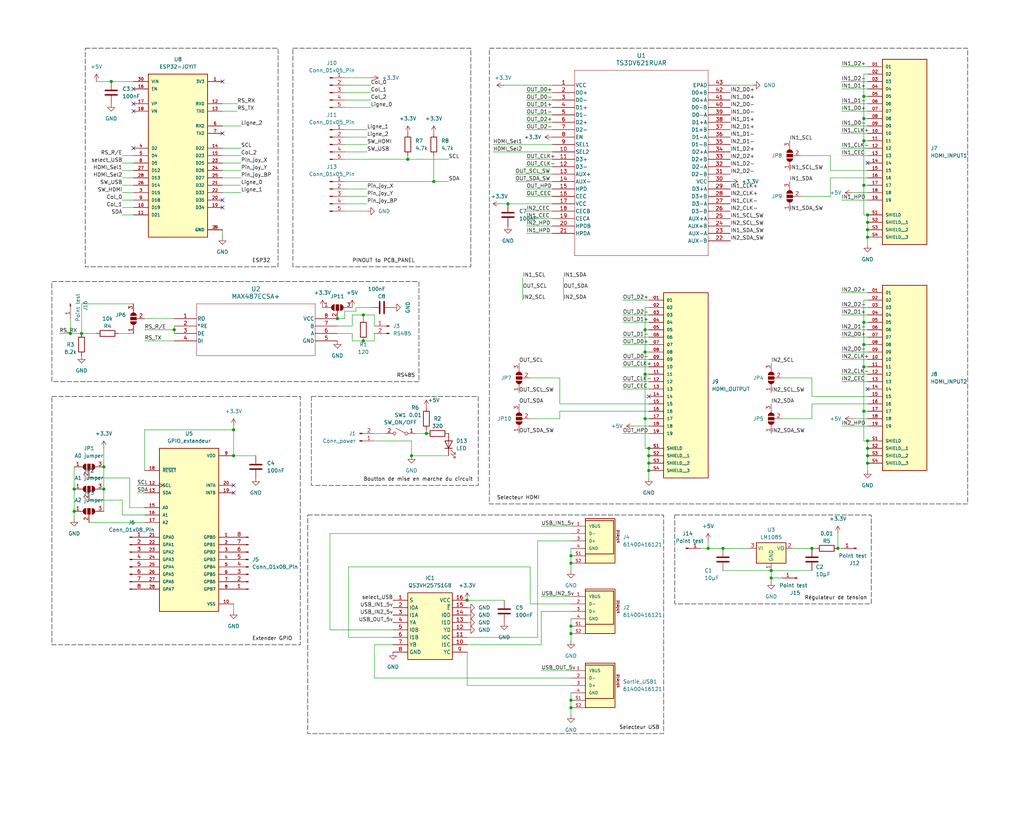
<source format=kicad_sch>
(kicad_sch (version 20230121) (generator eeschema)
  (paper "User" 350.799 279.4)
  (title_block (title "PCB_CONTROLEUR") (date "2024-11-14") (rev "2024-11-28") (company "POLYTECH Lyon") (comment 1 "Komisarek - Goossens") (comment 2 "https://github.com/Mattkomi/Poly_Leaf.git"))
  (lib_symbols
    (symbol "Connector:Conn_01x01_Pin" (pin_names (offset 1.016) hide)
      (property "Reference" "J" (at 0 2.54 0))
      (property "Value" "Conn_01x01_Pin" (at 0 -2.54 0))
      (symbol "Conn_01x01_Pin_1_1"
        (pin passive line (at 5.08 0 180) (length 3.81) (name "Pin_1") (number "1"))
      )
    )
    (symbol "Device:R" (pin_numbers hide) (pin_names (offset 0))
      (property "Reference" "R" (at 2.032 0 90))
      (property "Value" "R" (at 0 0 90))
      (symbol "R_1_1"
        (pin passive line (at 0 3.81 270) (length 1.27) (name "~") (number "1"))
        (pin passive line (at 0 -3.81 90) (length 1.27) (name "~") (number "2"))
      )
    )
    (symbol "Library_Schematics:+3.3V" (power) (pin_names (offset 0))
      (property "Value" "+3.3V" (at 0 3.556 0))
      (symbol "+3.3V_1_1"
        (pin power_in line (at 0 0 90) (length 0) hide (name "+3.3V") (number "1"))
      )
    )
    (symbol "Library_Schematics:+5V" (power) (pin_names (offset 0))
      (property "Value" "+5V" (at 0 3.556 0))
      (symbol "+5V_1_1"
        (pin power_in line (at 0 0 90) (length 0) hide (name "+5V") (number "1"))
      )
    )
    (symbol "Library_Schematics:61400416121" (pin_names (offset 1.016))
      (property "Reference" "J" (at 0 5.842 0))
      (property "Value" "61400416121" (at 0 -12.7 0))
      (symbol "61400416121_0_0"
        (text "shield" (at 6.51 -3.37 900) (effects (font (size 1.016 1.016)) (justify left bottom)))
        (text "shield" (at 6.51 -3.37 900) (effects (font (size 1.016 1.016)) (justify left bottom)))
        (pin passive line (at -10.16 2.54 0) (length 5.08) (name "VBUS") (number "1"))
        (pin passive line (at -10.16 0 0) (length 5.08) (name "D-") (number "2"))
        (pin passive line (at -10.16 -2.54 0) (length 5.08) (name "D+") (number "3"))
        (pin passive line (at -10.16 -5.08 0) (length 5.08) (name "GND") (number "4"))
        (pin passive line (at -10.16 -7.62 0) (length 5.08) (name "~") (number "S1"))
        (pin passive line (at -10.16 -10.16 0) (length 5.08) (name "~") (number "S2"))
      )
    )
    (symbol "Library_Schematics:C" (pin_numbers hide) (pin_names (offset 0.254))
      (property "Reference" "C" (at 0.635 2.54 0))
      (property "Value" "C" (at 0.635 -2.54 0))
      (symbol "C_1_1"
        (pin passive line (at 0 3.81 270) (length 2.794) (name "~") (number "1"))
        (pin passive line (at 0 -3.81 90) (length 2.794) (name "~") (number "2"))
      )
    )
    (symbol "Library_Schematics:Conn_01x02_Pin" (pin_names (offset 1.016) hide)
      (property "Reference" "J" (at 0 2.54 0))
      (property "Value" "Conn_01x02_Pin" (at 0 -5.08 0))
      (symbol "Conn_01x02_Pin_1_1"
        (pin passive line (at 5.08 0 180) (length 3.81) (name "Pin_1") (number "1"))
        (pin passive line (at 5.08 -2.54 180) (length 3.81) (name "Pin_2") (number "2"))
      )
    )
    (symbol "Library_Schematics:Conn_01x05_Pin" (pin_names (offset 1.016) hide)
      (property "Reference" "J" (at 0 7.62 0))
      (property "Value" "Conn_01x05_Pin" (at 0 -7.62 0))
      (symbol "Conn_01x05_Pin_1_1"
        (pin passive line (at 5.08 5.08 180) (length 3.81) (name "Pin_1") (number "1"))
        (pin passive line (at 5.08 2.54 180) (length 3.81) (name "Pin_2") (number "2"))
        (pin passive line (at 5.08 0 180) (length 3.81) (name "Pin_3") (number "3"))
        (pin passive line (at 5.08 -2.54 180) (length 3.81) (name "Pin_4") (number "4"))
        (pin passive line (at 5.08 -5.08 180) (length 3.81) (name "Pin_5") (number "5"))
      )
    )
    (symbol "Library_Schematics:Conn_01x08_Pin" (pin_names (offset 1.016) hide)
      (property "Reference" "J" (at 0 10.16 0))
      (property "Value" "Conn_01x08_Pin" (at 0 -12.7 0))
      (symbol "Conn_01x08_Pin_1_1"
        (pin passive line (at 5.08 7.62 180) (length 3.81) (name "Pin_1") (number "1"))
        (pin passive line (at 5.08 5.08 180) (length 3.81) (name "Pin_2") (number "2"))
        (pin passive line (at 5.08 2.54 180) (length 3.81) (name "Pin_3") (number "3"))
        (pin passive line (at 5.08 0 180) (length 3.81) (name "Pin_4") (number "4"))
        (pin passive line (at 5.08 -2.54 180) (length 3.81) (name "Pin_5") (number "5"))
        (pin passive line (at 5.08 -5.08 180) (length 3.81) (name "Pin_6") (number "6"))
        (pin passive line (at 5.08 -7.62 180) (length 3.81) (name "Pin_7") (number "7"))
        (pin passive line (at 5.08 -10.16 180) (length 3.81) (name "Pin_8") (number "8"))
      )
    )
    (symbol "Library_Schematics:ESP32-DEVKIT-V1" (pin_names (offset 1.016))
      (property "Reference" "U" (at -10.16 30.48 0))
      (property "Value" "ESP32-DEVKIT-V1" (at -10.16 -30.48 0))
      (symbol "ESP32-DEVKIT-V1_0_0"
        (pin output line (at 15.24 25.4 180) (length 5.08) (name "3V3") (number "1"))
        (pin bidirectional line (at -15.24 -17.78 0) (length 5.08) (name "D19") (number "10"))
        (pin bidirectional line (at -15.24 -20.32 0) (length 5.08) (name "D21") (number "11"))
        (pin input line (at 15.24 17.78 180) (length 5.08) (name "RX0") (number "12"))
        (pin output line (at 15.24 15.24 180) (length 5.08) (name "TX0") (number "13"))
        (pin bidirectional line (at 15.24 2.54 180) (length 5.08) (name "D22") (number "14"))
        (pin bidirectional line (at 15.24 0 180) (length 5.08) (name "D23") (number "15"))
        (pin input line (at -15.24 22.86 0) (length 5.08) (name "EN") (number "16"))
        (pin bidirectional line (at -15.24 17.78 0) (length 5.08) (name "VP") (number "17"))
        (pin bidirectional line (at -15.24 15.24 0) (length 5.08) (name "VN") (number "18"))
        (pin bidirectional line (at 15.24 -17.78 180) (length 5.08) (name "D34") (number "19"))
        (pin power_in line (at 15.24 -25.4 180) (length 5.08) (name "GND") (number "2"))
        (pin bidirectional line (at 15.24 -15.24 180) (length 5.08) (name "D35") (number "20"))
        (pin bidirectional line (at 15.24 -10.16 180) (length 5.08) (name "D32") (number "21"))
        (pin bidirectional line (at 15.24 -12.7 180) (length 5.08) (name "D33") (number "22"))
        (pin bidirectional line (at 15.24 -2.54 180) (length 5.08) (name "D25") (number "23"))
        (pin bidirectional line (at 15.24 -5.08 180) (length 5.08) (name "D26") (number "24"))
        (pin bidirectional line (at 15.24 -7.62 180) (length 5.08) (name "D27") (number "25"))
        (pin bidirectional line (at -15.24 -10.16 0) (length 5.08) (name "D14") (number "26"))
        (pin bidirectional line (at -15.24 -5.08 0) (length 5.08) (name "D12") (number "27"))
        (pin bidirectional line (at -15.24 -7.62 0) (length 5.08) (name "D13") (number "28"))
        (pin power_in line (at 15.24 -25.4 180) (length 5.08) (name "GND") (number "29"))
        (pin bidirectional line (at -15.24 -12.7 0) (length 5.08) (name "D15") (number "3"))
        (pin input line (at -15.24 25.4 0) (length 5.08) (name "VIN") (number "30"))
        (pin bidirectional line (at -15.24 2.54 0) (length 5.08) (name "D2") (number "4"))
        (pin bidirectional line (at -15.24 0 0) (length 5.08) (name "D4") (number "5"))
        (pin input line (at 15.24 10.16 180) (length 5.08) (name "RX2") (number "6"))
        (pin output line (at 15.24 7.62 180) (length 5.08) (name "TX2") (number "7"))
        (pin bidirectional line (at -15.24 -2.54 0) (length 5.08) (name "D5") (number "8"))
        (pin bidirectional line (at -15.24 -15.24 0) (length 5.08) (name "D18") (number "9"))
      )
    )
    (symbol "Library_Schematics:GND" (power) (pin_names (offset 0))
      (property "Value" "GND" (at 0 -3.81 0))
      (symbol "GND_1_1"
        (pin power_in line (at 0 0 270) (length 0) hide (name "GND") (number "1"))
      )
    )
    (symbol "Library_Schematics:HDMR-19-01-S-SM-TR" (pin_names (offset 1.016))
      (property "Reference" "J" (at -7.62 29.21 0))
      (property "Value" "HDMR-19-01-S-SM-TR" (at -7.62 -36.83 0))
      (symbol "HDMR-19-01-S-SM-TR_0_0"
        (pin passive line (at -12.7 25.4 0) (length 5.08) (name "01") (number "01"))
        (pin passive line (at -12.7 22.86 0) (length 5.08) (name "02") (number "02"))
        (pin passive line (at -12.7 20.32 0) (length 5.08) (name "03") (number "03"))
        (pin passive line (at -12.7 17.78 0) (length 5.08) (name "04") (number "04"))
        (pin passive line (at -12.7 15.24 0) (length 5.08) (name "05") (number "05"))
        (pin passive line (at -12.7 12.7 0) (length 5.08) (name "06") (number "06"))
        (pin passive line (at -12.7 10.16 0) (length 5.08) (name "07") (number "07"))
        (pin passive line (at -12.7 7.62 0) (length 5.08) (name "08") (number "08"))
        (pin passive line (at -12.7 5.08 0) (length 5.08) (name "09") (number "09"))
        (pin passive line (at -12.7 2.54 0) (length 5.08) (name "10") (number "10"))
        (pin passive line (at -12.7 0 0) (length 5.08) (name "11") (number "11"))
        (pin passive line (at -12.7 -2.54 0) (length 5.08) (name "12") (number "12"))
        (pin passive line (at -12.7 -5.08 0) (length 5.08) (name "13") (number "13"))
        (pin passive line (at -12.7 -7.62 0) (length 5.08) (name "14") (number "14"))
        (pin passive line (at -12.7 -10.16 0) (length 5.08) (name "15") (number "15"))
        (pin passive line (at -12.7 -12.7 0) (length 5.08) (name "16") (number "16"))
        (pin passive line (at -12.7 -15.24 0) (length 5.08) (name "17") (number "17"))
        (pin passive line (at -12.7 -17.78 0) (length 5.08) (name "18") (number "18"))
        (pin passive line (at -12.7 -20.32 0) (length 5.08) (name "19") (number "19"))
        (pin passive line (at -12.7 -25.4 0) (length 5.08) (name "SHIELD") (number "S1"))
        (pin passive line (at -12.7 -27.94 0) (length 5.08) (name "SHIELD__1") (number "S2"))
        (pin passive line (at -12.7 -30.48 0) (length 5.08) (name "SHIELD__2") (number "S3"))
        (pin passive line (at -12.7 -33.02 0) (length 5.08) (name "SHIELD__3") (number "S4"))
      )
    )
    (symbol "Library_Schematics:LED" (pin_numbers hide) (pin_names (offset 1.016) hide)
      (property "Reference" "D" (at 0 2.54 0))
      (property "Value" "LED" (at 0 -2.54 0))
      (symbol "LED_1_1"
        (pin passive line (at -3.81 0 0) (length 2.54) (name "K") (number "1"))
        (pin passive line (at 3.81 0 180) (length 2.54) (name "A") (number "2"))
      )
    )
    (symbol "Library_Schematics:LM1117MP-3.3"
      (property "Reference" "U" (at -3.81 3.175 0))
      (property "Value" "LM1117MP-3.3" (at 0 3.175 0))
      (symbol "LM1117MP-3.3_1_1"
        (pin power_in line (at 0 -7.62 90) (length 2.54) (name "GND") (number "1"))
        (pin power_out line (at 7.62 0 180) (length 2.54) (name "VO") (number "2"))
        (pin power_in line (at -7.62 0 0) (length 2.54) (name "VI") (number "3"))
      )
    )
    (symbol "Library_Schematics:MAX487ECSA+" (pin_names (offset 0.254))
      (property "Reference" "U" (at 27.94 10.16 0))
      (property "Value" "MAX487ECSA+" (at 27.94 7.62 0))
      (symbol "MAX487ECSA+_1_1"
        (pin output line (at 0 0 0) (length 7.62) (name "RO") (number "1"))
        (pin input line (at 0 -2.54 0) (length 7.62) (name "*RE") (number "2"))
        (pin input line (at 0 -5.08 0) (length 7.62) (name "DE") (number "3"))
        (pin input line (at 0 -7.62 0) (length 7.62) (name "DI") (number "4"))
        (pin power_in line (at 55.88 -7.62 180) (length 7.62) (name "GND") (number "5"))
        (pin bidirectional line (at 55.88 -5.08 180) (length 7.62) (name "A") (number "6"))
        (pin bidirectional line (at 55.88 -2.54 180) (length 7.62) (name "B") (number "7"))
        (pin power_in line (at 55.88 0 180) (length 7.62) (name "VCC") (number "8"))
      )
    )
    (symbol "Library_Schematics:MCP23017-E_SP" (pin_names (offset 1.016))
      (property "Reference" "U" (at -10.1794 29.0065 0))
      (property "Value" "MCP23017-E_SP" (at -9.1485 -30.7479 0))
      (symbol "MCP23017-E_SP_0_0"
        (pin bidirectional line (at 15.24 -2.54 180) (length 5.08) (name "GPB0") (number "1"))
        (pin power_in line (at 15.24 -25.4 180) (length 5.08) (name "VSS") (number "10"))
        (pin input clock (at -15.24 15.24 0) (length 5.08) (name "SCL") (number "12"))
        (pin bidirectional line (at -15.24 12.7 0) (length 5.08) (name "SDA") (number "13"))
        (pin input line (at -15.24 7.62 0) (length 5.08) (name "A0") (number "15"))
        (pin input line (at -15.24 5.08 0) (length 5.08) (name "A1") (number "16"))
        (pin input line (at -15.24 2.54 0) (length 5.08) (name "A2") (number "17"))
        (pin input line (at -15.24 20.32 0) (length 5.08) (name "~{RESET}") (number "18"))
        (pin output line (at 15.24 12.7 180) (length 5.08) (name "INTB") (number "19"))
        (pin bidirectional line (at 15.24 -5.08 180) (length 5.08) (name "GPB1") (number "2"))
        (pin output line (at 15.24 15.24 180) (length 5.08) (name "INTA") (number "20"))
        (pin bidirectional line (at -15.24 -2.54 0) (length 5.08) (name "GPA0") (number "21"))
        (pin bidirectional line (at -15.24 -5.08 0) (length 5.08) (name "GPA1") (number "22"))
        (pin bidirectional line (at -15.24 -7.62 0) (length 5.08) (name "GPA2") (number "23"))
        (pin bidirectional line (at -15.24 -10.16 0) (length 5.08) (name "GPA3") (number "24"))
        (pin bidirectional line (at -15.24 -12.7 0) (length 5.08) (name "GPA4") (number "25"))
        (pin bidirectional line (at -15.24 -15.24 0) (length 5.08) (name "GPA5") (number "26"))
        (pin bidirectional line (at -15.24 -17.78 0) (length 5.08) (name "GPA6") (number "27"))
        (pin bidirectional line (at -15.24 -20.32 0) (length 5.08) (name "GPA7") (number "28"))
        (pin bidirectional line (at 15.24 -7.62 180) (length 5.08) (name "GPB2") (number "3"))
        (pin bidirectional line (at 15.24 -10.16 180) (length 5.08) (name "GPB3") (number "4"))
        (pin bidirectional line (at 15.24 -12.7 180) (length 5.08) (name "GPB4") (number "5"))
        (pin bidirectional line (at 15.24 -15.24 180) (length 5.08) (name "GPB5") (number "6"))
        (pin bidirectional line (at 15.24 -17.78 180) (length 5.08) (name "GPB6") (number "7"))
        (pin bidirectional line (at 15.24 -20.32 180) (length 5.08) (name "GPB7") (number "8"))
        (pin power_in line (at 15.24 25.4 180) (length 5.08) (name "VDD") (number "9"))
      )
    )
    (symbol "Library_Schematics:QS3VH257S1G8"
      (property "Reference" "IC" (at 21.59 7.62 0))
      (property "Value" "QS3VH257S1G8" (at 21.59 5.08 0))
      (symbol "QS3VH257S1G8_1_1"
        (pin passive line (at 0 0 0) (length 5.08) (name "S") (number "1"))
        (pin passive line (at 25.4 -15.24 180) (length 5.08) (name "I1C") (number "10"))
        (pin passive line (at 25.4 -12.7 180) (length 5.08) (name "I0C") (number "11"))
        (pin passive line (at 25.4 -10.16 180) (length 5.08) (name "YD") (number "12"))
        (pin passive line (at 25.4 -7.62 180) (length 5.08) (name "I1D") (number "13"))
        (pin passive line (at 25.4 -5.08 180) (length 5.08) (name "I0D") (number "14"))
        (pin passive line (at 25.4 -2.54 180) (length 5.08) (name "~{E}") (number "15"))
        (pin power_in line (at 25.4 0 180) (length 5.08) (name "VCC") (number "16"))
        (pin passive line (at 0 -2.54 0) (length 5.08) (name "I0A") (number "2"))
        (pin passive line (at 0 -5.08 0) (length 5.08) (name "I1A") (number "3"))
        (pin passive line (at 0 -7.62 0) (length 5.08) (name "YA") (number "4"))
        (pin passive line (at 0 -10.16 0) (length 5.08) (name "I0B") (number "5"))
        (pin passive line (at 0 -12.7 0) (length 5.08) (name "I1B") (number "6"))
        (pin passive line (at 0 -15.24 0) (length 5.08) (name "YB") (number "7"))
        (pin power_in line (at 0 -17.78 0) (length 5.08) (name "GND") (number "8"))
        (pin passive line (at 25.4 -17.78 180) (length 5.08) (name "YC") (number "9"))
      )
    )
    (symbol "Library_Schematics:R" (pin_numbers hide) (pin_names (offset 0))
      (property "Reference" "R" (at 2.032 0 90))
      (property "Value" "R" (at 0 0 90))
      (symbol "R_1_1"
        (pin passive line (at 0 3.81 270) (length 1.27) (name "~") (number "1"))
        (pin passive line (at 0 -3.81 90) (length 1.27) (name "~") (number "2"))
      )
    )
    (symbol "Library_Schematics:SW_SPST" (pin_names (offset 0) hide)
      (property "Reference" "SW" (at 0 3.175 0))
      (property "Value" "SW_SPST" (at 0 -2.54 0))
      (symbol "SW_SPST_1_1"
        (pin passive line (at -5.08 0 0) (length 2.54) (name "A") (number "1"))
        (pin passive line (at 5.08 0 180) (length 2.54) (name "B") (number "2"))
      )
    )
    (symbol "Library_Schematics:SolderJumper_3_Open" (pin_names (offset 0) hide)
      (property "Reference" "JP" (at -2.54 -2.54 0))
      (property "Value" "SolderJumper_3_Open" (at 0 2.794 0))
      (symbol "SolderJumper_3_Open_1_1"
        (pin passive line (at -5.08 0 0) (length 2.54) (name "A") (number "1"))
        (pin passive line (at 0 -3.81 90) (length 2.54) (name "C") (number "2"))
        (pin passive line (at 5.08 0 180) (length 2.54) (name "B") (number "3"))
      )
    )
    (symbol "Library_Schematics:TS3DV621RUAR" (pin_names (offset 0.254))
      (property "Reference" "U1" (at 30.48 10.16 0))
      (property "Value" "TS3DV621RUAR" (at 30.48 7.62 0))
      (symbol "TS3DV621RUAR_1_1"
        (pin power_in line (at 0 0 0) (length 7.62) (name "VCC") (number "1"))
        (pin input line (at 0 -22.86 0) (length 7.62) (name "SEL2") (number "10"))
        (pin bidirectional line (at 0 -25.4 0) (length 7.62) (name "D3+") (number "11"))
        (pin bidirectional line (at 0 -27.94 0) (length 7.62) (name "D3-") (number "12"))
        (pin bidirectional line (at 0 -30.48 0) (length 7.62) (name "AUX+") (number "13"))
        (pin bidirectional line (at 0 -33.02 0) (length 7.62) (name "AUX-") (number "14"))
        (pin bidirectional line (at 0 -35.56 0) (length 7.62) (name "HPD") (number "15"))
        (pin bidirectional line (at 0 -38.1 0) (length 7.62) (name "CEC") (number "16"))
        (pin power_in line (at 0 -40.64 0) (length 7.62) (name "VCC") (number "17"))
        (pin bidirectional line (at 0 -43.18 0) (length 7.62) (name "CECB") (number "18"))
        (pin bidirectional line (at 0 -45.72 0) (length 7.62) (name "CECA") (number "19"))
        (pin bidirectional line (at 0 -2.54 0) (length 7.62) (name "D0+") (number "2"))
        (pin bidirectional line (at 0 -48.26 0) (length 7.62) (name "HPDB") (number "20"))
        (pin bidirectional line (at 0 -50.8 0) (length 7.62) (name "HPDA") (number "21"))
        (pin bidirectional line (at 60.96 -53.34 180) (length 7.62) (name "AUX-B") (number "22"))
        (pin bidirectional line (at 60.96 -50.8 180) (length 7.62) (name "AUX-A") (number "23"))
        (pin bidirectional line (at 60.96 -48.26 180) (length 7.62) (name "AUX+B") (number "24"))
        (pin bidirectional line (at 60.96 -45.72 180) (length 7.62) (name "AUX+A") (number "25"))
        (pin bidirectional line (at 60.96 -43.18 180) (length 7.62) (name "D3-B") (number "26"))
        (pin bidirectional line (at 60.96 -40.64 180) (length 7.62) (name "D3-A") (number "27"))
        (pin bidirectional line (at 60.96 -38.1 180) (length 7.62) (name "D3+B") (number "28"))
        (pin bidirectional line (at 60.96 -35.56 180) (length 7.62) (name "D3+A") (number "29"))
        (pin bidirectional line (at 0 -5.08 0) (length 7.62) (name "D0-") (number "3"))
        (pin power_in line (at 60.96 -33.02 180) (length 7.62) (name "VCC") (number "30"))
        (pin bidirectional line (at 60.96 -30.48 180) (length 7.62) (name "D2-B") (number "31"))
        (pin bidirectional line (at 60.96 -27.94 180) (length 7.62) (name "D2-A") (number "32"))
        (pin bidirectional line (at 60.96 -25.4 180) (length 7.62) (name "D2+B") (number "33"))
        (pin bidirectional line (at 60.96 -22.86 180) (length 7.62) (name "D2+A") (number "34"))
        (pin bidirectional line (at 60.96 -20.32 180) (length 7.62) (name "D1-B") (number "35"))
        (pin bidirectional line (at 60.96 -17.78 180) (length 7.62) (name "D1-A") (number "36"))
        (pin bidirectional line (at 60.96 -15.24 180) (length 7.62) (name "D1+B") (number "37"))
        (pin bidirectional line (at 60.96 -12.7 180) (length 7.62) (name "D1+A") (number "38"))
        (pin bidirectional line (at 60.96 -10.16 180) (length 7.62) (name "D0-A") (number "39"))
        (pin bidirectional line (at 0 -7.62 0) (length 7.62) (name "D1+") (number "4"))
        (pin bidirectional line (at 60.96 -7.62 180) (length 7.62) (name "D0-B") (number "40"))
        (pin bidirectional line (at 60.96 -5.08 180) (length 7.62) (name "D0+A") (number "41"))
        (pin bidirectional line (at 60.96 -2.54 180) (length 7.62) (name "D0+B") (number "42"))
        (pin power_in line (at 60.96 0 180) (length 7.62) (name "EPAD") (number "43"))
        (pin bidirectional line (at 0 -10.16 0) (length 7.62) (name "D1-") (number "5"))
        (pin bidirectional line (at 0 -12.7 0) (length 7.62) (name "D2+") (number "6"))
        (pin bidirectional line (at 0 -15.24 0) (length 7.62) (name "D2-") (number "7"))
        (pin input line (at 0 -17.78 0) (length 7.62) (name "EN") (number "8"))
        (pin input line (at 0 -20.32 0) (length 7.62) (name "SEL1") (number "9"))
      )
    )
    (symbol "power:+3.3V" (power) (pin_names (offset 0))
      (property "Value" "+3.3V" (at 0 3.556 0))
      (symbol "+3.3V_1_1"
        (pin power_in line (at 0 0 90) (length 0) hide (name "+3.3V") (number "1"))
      )
    )
  )
  (junction (at 222.25 158.75))
  (junction (at 222.25 153.67))
  (junction (at 297.18 76.2))
  (junction (at 295.91 33.02))
  (junction (at 220.98 128.27))
  (junction (at 295.91 48.26))
  (junction (at 287.02 187.96))
  (junction (at 297.18 153.67))
  (junction (at 222.25 156.21))
  (junction (at 297.18 156.21))
  (junction (at 195.58 193.04))
  (junction (at 195.58 190.5))
  (junction (at 124.46 107.95))
  (junction (at 195.58 214.63))
  (junction (at 25.4 175.26))
  (junction (at 195.58 240.03))
  (junction (at 140.97 156.21))
  (junction (at 146.05 148.59))
  (junction (at 25.4 167.64))
  (junction (at 80.01 156.21))
  (junction (at 247.65 187.96))
  (junction (at 297.18 151.13))
  (junction (at 27.94 114.3))
  (junction (at 35.56 167.64))
  (junction (at 295.91 63.5))
  (junction (at 115.57 109.22))
  (junction (at 24.13 114.3))
  (junction (at 295.91 140.97))
  (junction (at 295.91 125.73))
  (junction (at 195.58 217.17))
  (junction (at 278.13 187.96))
  (junction (at 35.56 160.02))
  (junction (at 38.1 27.94))
  (junction (at 295.91 118.11))
  (junction (at 220.98 113.03))
  (junction (at 297.18 73.66))
  (junction (at 220.98 143.51))
  (junction (at 148.59 62.23))
  (junction (at 295.91 110.49))
  (junction (at 173.99 69.85))
  (junction (at 80.01 147.32))
  (junction (at 264.16 195.58))
  (junction (at 59.69 113.03))
  (junction (at 295.91 40.64))
  (junction (at 139.7 54.61))
  (junction (at 297.18 158.75))
  (junction (at 124.46 116.84))
  (junction (at 222.25 161.29))
  (junction (at 160.02 205.74))
  (junction (at 242.57 187.96))
  (junction (at 297.18 78.74))
  (junction (at 297.18 81.28))
  (junction (at 220.98 120.65))
  (junction (at 195.58 242.57))
  (junction (at 264.16 198.12))
  (no_connect (at 222.25 135.89))
  (no_connect (at 297.18 55.88))
  (no_connect (at 45.72 38.1))
  (no_connect (at 76.2 45.72))
  (no_connect (at 76.2 71.12))
  (no_connect (at 45.72 50.8))
  (no_connect (at 297.18 133.35))
  (no_connect (at 76.2 27.94))
  (no_connect (at 45.72 30.48))
  (no_connect (at 80.01 166.37))
  (no_connect (at 80.01 168.91))
  (no_connect (at 45.72 35.56))
  (no_connect (at 76.2 68.58))
  (wire (pts (xy 140.97 156.21) (xy 153.67 156.21)))
  (wire (pts (xy 41.91 73.66) (xy 45.72 73.66)))
  (wire (pts (xy 119.38 194.31) (xy 119.38 218.44)))
  (wire (pts (xy 76.2 66.04) (xy 82.55 66.04)))
  (wire (pts (xy 176.53 62.23) (xy 189.23 62.23)))
  (wire (pts (xy 20.32 114.3) (xy 24.13 114.3)))
  (wire (pts (xy 180.34 31.75) (xy 189.23 31.75)))
  (wire (pts (xy 139.7 54.61) (xy 153.67 54.61)))
  (wire (pts (xy 195.58 212.09) (xy 195.58 214.63)))
  (wire (pts (xy 295.91 102.87) (xy 295.91 110.49)))
  (wire (pts (xy 27.94 114.3) (xy 33.02 114.3)))
  (wire (pts (xy 118.11 36.83) (xy 127 36.83)))
  (wire (pts (xy 191.77 129.54) (xy 181.61 129.54)))
  (wire (pts (xy 168.91 52.07) (xy 189.23 52.07)))
  (wire (pts (xy 118.11 64.77) (xy 125.73 64.77)))
  (wire (pts (xy 284.48 58.42) (xy 297.18 58.42)))
  (wire (pts (xy 25.4 177.8) (xy 25.4 175.26)))
  (wire (pts (xy 24.13 109.22) (xy 24.13 114.3)))
  (wire (pts (xy 191.77 138.43) (xy 191.77 129.54)))
  (wire (pts (xy 220.98 128.27) (xy 220.98 120.65)))
  (wire (pts (xy 118.11 67.31) (xy 125.73 67.31)))
  (wire (pts (xy 288.29 120.65) (xy 297.18 120.65)))
  (wire (pts (xy 288.29 43.18) (xy 297.18 43.18)))
  (wire (pts (xy 185.42 229.87) (xy 195.58 229.87)))
  (wire (pts (xy 213.36 102.87) (xy 222.25 102.87)))
  (wire (pts (xy 213.36 123.19) (xy 222.25 123.19)))
  (wire (pts (xy 41.91 60.96) (xy 45.72 60.96)))
  (wire (pts (xy 295.91 151.13) (xy 297.18 151.13)))
  (wire (pts (xy 195.58 187.96) (xy 195.58 190.5)))
  (wire (pts (xy 195.58 234.95) (xy 160.02 234.95)))
  (wire (pts (xy 195.58 209.55) (xy 185.42 209.55)))
  (wire (pts (xy 278.13 135.89) (xy 297.18 135.89)))
  (wire (pts (xy 45.72 104.14) (xy 27.94 104.14)))
  (wire (pts (xy 284.48 60.96) (xy 297.18 60.96)))
  (wire (pts (xy 288.29 38.1) (xy 297.18 38.1)))
  (wire (pts (xy 297.18 48.26) (xy 295.91 48.26)))
  (wire (pts (xy 180.34 36.83) (xy 189.23 36.83)))
  (wire (pts (xy 297.18 81.28) (xy 297.18 83.82)))
  (wire (pts (xy 41.91 171.45) (xy 30.48 171.45)))
  (wire (pts (xy 195.58 190.5) (xy 195.58 193.04)))
  (wire (pts (xy 41.91 63.5) (xy 45.72 63.5)))
  (wire (pts (xy 24.13 114.3) (xy 27.94 114.3)))
  (wire (pts (xy 264.16 198.12) (xy 264.16 199.39)))
  (wire (pts (xy 120.65 116.84) (xy 124.46 116.84)))
  (wire (pts (xy 287.02 187.96) (xy 288.29 187.96)))
  (wire (pts (xy 180.34 72.39) (xy 189.23 72.39)))
  (wire (pts (xy 213.36 130.81) (xy 222.25 130.81)))
  (wire (pts (xy 295.91 48.26) (xy 295.91 40.64)))
  (wire (pts (xy 118.11 31.75) (xy 127 31.75)))
  (wire (pts (xy 195.58 232.41) (xy 128.27 232.41)))
  (wire (pts (xy 172.72 29.21) (xy 189.23 29.21)))
  (wire (pts (xy 76.2 43.18) (xy 82.55 43.18)))
  (wire (pts (xy 240.03 187.96) (xy 242.57 187.96)))
  (wire (pts (xy 118.11 62.23) (xy 148.59 62.23)))
  (wire (pts (xy 278.13 143.51) (xy 278.13 138.43)))
  (wire (pts (xy 30.48 179.07) (xy 49.53 179.07)))
  (wire (pts (xy 41.91 68.58) (xy 45.72 68.58)))
  (wire (pts (xy 181.61 207.01) (xy 181.61 194.31)))
  (wire (pts (xy 288.29 113.03) (xy 297.18 113.03)))
  (wire (pts (xy 180.34 74.93) (xy 189.23 74.93)))
  (wire (pts (xy 220.98 120.65) (xy 220.98 113.03)))
  (wire (pts (xy 250.19 29.21) (xy 257.81 29.21)))
  (wire (pts (xy 195.58 182.88) (xy 113.03 182.88)))
  (wire (pts (xy 222.25 158.75) (xy 222.25 161.29)))
  (wire (pts (xy 80.01 156.21) (xy 87.63 156.21)))
  (wire (pts (xy 121.92 106.68) (xy 118.11 106.68)))
  (wire (pts (xy 49.53 176.53) (xy 41.91 176.53)))
  (wire (pts (xy 115.57 111.76) (xy 120.65 111.76)))
  (wire (pts (xy 195.58 242.57) (xy 195.58 245.11)))
  (wire (pts (xy 49.53 161.29) (xy 49.53 147.32)))
  (wire (pts (xy 44.45 163.83) (xy 44.45 173.99)))
  (wire (pts (xy 288.29 115.57) (xy 297.18 115.57)))
  (wire (pts (xy 180.34 34.29) (xy 189.23 34.29)))
  (wire (pts (xy 195.58 240.03) (xy 195.58 242.57)))
  (wire (pts (xy 118.11 109.22) (xy 115.57 109.22)))
  (wire (pts (xy 292.1 143.51) (xy 297.18 143.51)))
  (wire (pts (xy 297.18 153.67) (xy 297.18 156.21)))
  (wire (pts (xy 120.65 107.95) (xy 124.46 107.95)))
  (wire (pts (xy 140.97 151.13) (xy 140.97 156.21)))
  (wire (pts (xy 284.48 67.31) (xy 274.32 67.31)))
  (wire (pts (xy 217.17 146.05) (xy 222.25 146.05)))
  (wire (pts (xy 41.91 176.53) (xy 41.91 171.45)))
  (wire (pts (xy 25.4 160.02) (xy 25.4 167.64)))
  (wire (pts (xy 185.42 220.98) (xy 160.02 220.98)))
  (wire (pts (xy 222.25 105.41) (xy 220.98 105.41)))
  (wire (pts (xy 213.36 107.95) (xy 222.25 107.95)))
  (wire (pts (xy 288.29 100.33) (xy 297.18 100.33)))
  (wire (pts (xy 247.65 195.58) (xy 264.16 195.58)))
  (wire (pts (xy 168.91 49.53) (xy 189.23 49.53)))
  (wire (pts (xy 287.02 182.88) (xy 287.02 187.96)))
  (wire (pts (xy 288.29 22.86) (xy 297.18 22.86)))
  (wire (pts (xy 180.34 64.77) (xy 189.23 64.77)))
  (wire (pts (xy 76.2 53.34) (xy 82.55 53.34)))
  (wire (pts (xy 49.53 147.32) (xy 80.01 147.32)))
  (wire (pts (xy 180.34 80.01) (xy 189.23 80.01)))
  (wire (pts (xy 288.29 128.27) (xy 297.18 128.27)))
  (wire (pts (xy 118.11 34.29) (xy 127 34.29)))
  (wire (pts (xy 185.42 209.55) (xy 185.42 220.98)))
  (wire (pts (xy 213.36 115.57) (xy 222.25 115.57)))
  (wire (pts (xy 213.36 125.73) (xy 222.25 125.73)))
  (wire (pts (xy 247.65 187.96) (xy 256.54 187.96)))
  (wire (pts (xy 176.53 59.69) (xy 189.23 59.69)))
  (wire (pts (xy 222.25 128.27) (xy 220.98 128.27)))
  (wire (pts (xy 264.16 198.12) (xy 267.97 198.12)))
  (wire (pts (xy 295.91 140.97) (xy 295.91 151.13)))
  (wire (pts (xy 191.77 143.51) (xy 181.61 143.51)))
  (wire (pts (xy 59.69 113.03) (xy 59.69 114.3)))
  (wire (pts (xy 295.91 118.11) (xy 295.91 110.49)))
  (wire (pts (xy 288.29 35.56) (xy 297.18 35.56)))
  (wire (pts (xy 148.59 62.23) (xy 153.67 62.23)))
  (wire (pts (xy 115.57 114.3) (xy 120.65 114.3)))
  (wire (pts (xy 80.01 207.01) (xy 80.01 209.55)))
  (wire (pts (xy 288.29 53.34) (xy 297.18 53.34)))
  (wire (pts (xy 118.11 46.99) (xy 125.73 46.99)))
  (wire (pts (xy 297.18 76.2) (xy 297.18 78.74)))
  (wire (pts (xy 213.36 148.59) (xy 222.25 148.59)))
  (wire (pts (xy 297.18 125.73) (xy 295.91 125.73)))
  (wire (pts (xy 284.48 53.34) (xy 274.32 53.34)))
  (wire (pts (xy 288.29 105.41) (xy 297.18 105.41)))
  (wire (pts (xy 118.11 26.67) (xy 127 26.67)))
  (wire (pts (xy 284.48 60.96) (xy 284.48 67.31)))
  (wire (pts (xy 80.01 146.05) (xy 80.01 147.32)))
  (wire (pts (xy 124.46 107.95) (xy 128.27 107.95)))
  (wire (pts (xy 242.57 187.96) (xy 247.65 187.96)))
  (wire (pts (xy 295.91 25.4) (xy 295.91 33.02)))
  (wire (pts (xy 76.2 55.88) (xy 82.55 55.88)))
  (wire (pts (xy 213.36 133.35) (xy 222.25 133.35)))
  (wire (pts (xy 180.34 77.47) (xy 189.23 77.47)))
  (wire (pts (xy 295.91 110.49) (xy 297.18 110.49)))
  (wire (pts (xy 124.46 109.22) (xy 124.46 107.95)))
  (wire (pts (xy 220.98 105.41) (xy 220.98 113.03)))
  (wire (pts (xy 180.34 67.31) (xy 189.23 67.31)))
  (wire (pts (xy 35.56 153.67) (xy 35.56 160.02)))
  (wire (pts (xy 76.2 60.96) (xy 82.55 60.96)))
  (wire (pts (xy 128.27 107.95) (xy 128.27 111.76)))
  (wire (pts (xy 278.13 135.89) (xy 278.13 129.54)))
  (wire (pts (xy 139.7 53.34) (xy 139.7 54.61)))
  (wire (pts (xy 25.4 167.64) (xy 25.4 175.26)))
  (wire (pts (xy 295.91 33.02) (xy 297.18 33.02)))
  (wire (pts (xy 113.03 182.88) (xy 113.03 215.9)))
  (wire (pts (xy 146.05 148.59) (xy 142.24 148.59)))
  (wire (pts (xy 160.02 205.74) (xy 172.72 205.74)))
  (wire (pts (xy 180.34 41.91) (xy 189.23 41.91)))
  (wire (pts (xy 118.11 44.45) (xy 125.73 44.45)))
  (wire (pts (xy 118.11 106.68) (xy 118.11 109.22)))
  (wire (pts (xy 180.34 39.37) (xy 189.23 39.37)))
  (wire (pts (xy 113.03 215.9) (xy 134.62 215.9)))
  (wire (pts (xy 185.42 204.47) (xy 195.58 204.47)))
  (wire (pts (xy 191.77 140.97) (xy 222.25 140.97)))
  (wire (pts (xy 180.34 57.15) (xy 189.23 57.15)))
  (wire (pts (xy 185.42 180.34) (xy 195.58 180.34)))
  (wire (pts (xy 220.98 143.51) (xy 220.98 153.67)))
  (wire (pts (xy 264.16 195.58) (xy 264.16 198.12)))
  (wire (pts (xy 118.11 72.39) (xy 125.73 72.39)))
  (wire (pts (xy 76.2 58.42) (xy 82.55 58.42)))
  (wire (pts (xy 220.98 153.67) (xy 222.25 153.67)))
  (wire (pts (xy 295.91 125.73) (xy 295.91 140.97)))
  (wire (pts (xy 30.48 163.83) (xy 44.45 163.83)))
  (wire (pts (xy 220.98 143.51) (xy 222.25 143.51)))
  (wire (pts (xy 76.2 50.8) (xy 82.55 50.8)))
  (wire (pts (xy 146.05 147.32) (xy 146.05 148.59)))
  (wire (pts (xy 171.45 69.85) (xy 173.99 69.85)))
  (wire (pts (xy 278.13 187.96) (xy 279.4 187.96)))
  (wire (pts (xy 278.13 143.51) (xy 267.97 143.51)))
  (wire (pts (xy 38.1 27.94) (xy 45.72 27.94)))
  (wire (pts (xy 118.11 29.21) (xy 127 29.21)))
  (wire (pts (xy 81.28 35.56) (xy 76.2 35.56)))
  (wire (pts (xy 119.38 218.44) (xy 134.62 218.44)))
  (wire (pts (xy 284.48 58.42) (xy 284.48 53.34)))
  (wire (pts (xy 195.58 207.01) (xy 181.61 207.01)))
  (wire (pts (xy 297.18 118.11) (xy 295.91 118.11)))
  (wire (pts (xy 81.28 38.1) (xy 76.2 38.1)))
  (wire (pts (xy 33.02 27.94) (xy 38.1 27.94)))
  (wire (pts (xy 288.29 123.19) (xy 297.18 123.19)))
  (wire (pts (xy 118.11 52.07) (xy 125.73 52.07)))
  (wire (pts (xy 41.91 71.12) (xy 45.72 71.12)))
  (wire (pts (xy 264.16 195.58) (xy 278.13 195.58)))
  (wire (pts (xy 184.15 218.44) (xy 184.15 185.42)))
  (wire (pts (xy 118.11 54.61) (xy 139.7 54.61)))
  (wire (pts (xy 195.58 214.63) (xy 195.58 217.17)))
  (wire (pts (xy 288.29 146.05) (xy 297.18 146.05)))
  (wire (pts (xy 222.25 156.21) (xy 222.25 158.75)))
  (wire (pts (xy 148.59 53.34) (xy 148.59 62.23)))
  (wire (pts (xy 297.18 78.74) (xy 297.18 81.28)))
  (wire (pts (xy 278.13 138.43) (xy 297.18 138.43)))
  (wire (pts (xy 179.07 95.25) (xy 179.07 102.87)))
  (wire (pts (xy 128.27 220.98) (xy 134.62 220.98)))
  (wire (pts (xy 80.01 147.32) (xy 80.01 156.21)))
  (wire (pts (xy 181.61 194.31) (xy 119.38 194.31)))
  (wire (pts (xy 41.91 58.42) (xy 45.72 58.42)))
  (wire (pts (xy 213.36 118.11) (xy 222.25 118.11)))
  (wire (pts (xy 121.92 105.41) (xy 121.92 106.68)))
  (wire (pts (xy 292.1 66.04) (xy 297.18 66.04)))
  (wire (pts (xy 184.15 185.42) (xy 195.58 185.42)))
  (wire (pts (xy 297.18 158.75) (xy 297.18 161.29)))
  (wire (pts (xy 41.91 66.04) (xy 45.72 66.04)))
  (wire (pts (xy 35.56 160.02) (xy 35.56 167.64)))
  (wire (pts (xy 76.2 63.5) (xy 82.55 63.5)))
  (wire (pts (xy 160.02 218.44) (xy 184.15 218.44)))
  (wire (pts (xy 213.36 110.49) (xy 222.25 110.49)))
  (wire (pts (xy 295.91 125.73) (xy 295.91 118.11)))
  (wire (pts (xy 288.29 50.8) (xy 297.18 50.8)))
  (wire (pts (xy 132.08 148.59) (xy 128.27 148.59)))
  (wire (pts (xy 180.34 54.61) (xy 189.23 54.61)))
  (wire (pts (xy 220.98 128.27) (xy 220.98 143.51)))
  (wire (pts (xy 49.53 109.22) (xy 59.69 109.22)))
  (wire (pts (xy 288.29 27.94) (xy 297.18 27.94)))
  (wire (pts (xy 118.11 49.53) (xy 125.73 49.53)))
  (wire (pts (xy 297.18 25.4) (xy 295.91 25.4)))
  (wire (pts (xy 295.91 63.5) (xy 297.18 63.5)))
  (wire (pts (xy 220.98 113.03) (xy 222.25 113.03)))
  (wire (pts (xy 288.29 68.58) (xy 297.18 68.58)))
  (wire (pts (xy 127 105.41) (xy 121.92 105.41)))
  (wire (pts (xy 271.78 187.96) (xy 278.13 187.96)))
  (wire (pts (xy 195.58 217.17) (xy 195.58 219.71)))
  (wire (pts (xy 180.34 44.45) (xy 189.23 44.45)))
  (wire (pts (xy 295.91 48.26) (xy 295.91 63.5)))
  (wire (pts (xy 295.91 63.5) (xy 295.91 73.66)))
  (wire (pts (xy 41.91 53.34) (xy 45.72 53.34)))
  (wire (pts (xy 195.58 193.04) (xy 195.58 195.58)))
  (wire (pts (xy 46.99 166.37) (xy 49.53 166.37)))
  (wire (pts (xy 160.02 234.95) (xy 160.02 223.52)))
  (wire (pts (xy 128.27 114.3) (xy 128.27 116.84)))
  (wire (pts (xy 297.18 156.21) (xy 297.18 158.75)))
  (wire (pts (xy 222.25 161.29) (xy 222.25 163.83)))
  (wire (pts (xy 297.18 102.87) (xy 295.91 102.87)))
  (wire (pts (xy 297.18 73.66) (xy 297.18 76.2)))
  (wire (pts (xy 27.94 104.14) (xy 27.94 114.3)))
  (wire (pts (xy 297.18 151.13) (xy 297.18 153.67)))
  (wire (pts (xy 288.29 130.81) (xy 297.18 130.81)))
  (wire (pts (xy 173.99 69.85) (xy 189.23 69.85)))
  (wire (pts (xy 278.13 129.54) (xy 267.97 129.54)))
  (wire (pts (xy 118.11 69.85) (xy 125.73 69.85)))
  (wire (pts (xy 41.91 55.88) (xy 45.72 55.88)))
  (wire (pts (xy 191.77 140.97) (xy 191.77 143.51)))
  (wire (pts (xy 120.65 111.76) (xy 120.65 107.95)))
  (wire (pts (xy 288.29 45.72) (xy 297.18 45.72)))
  (wire (pts (xy 120.65 114.3) (xy 120.65 116.84)))
  (wire (pts (xy 128.27 151.13) (xy 140.97 151.13)))
  (wire (pts (xy 59.69 111.76) (xy 59.69 113.03)))
  (wire (pts (xy 195.58 237.49) (xy 195.58 240.03)))
  (wire (pts (xy 46.99 168.91) (xy 49.53 168.91)))
  (wire (pts (xy 242.57 185.42) (xy 242.57 187.96)))
  (wire (pts (xy 295.91 40.64) (xy 295.91 33.02)))
  (wire (pts (xy 76.2 81.28) (xy 76.2 78.74)))
  (wire (pts (xy 35.56 167.64) (xy 35.56 175.26)))
  (wire (pts (xy 295.91 73.66) (xy 297.18 73.66)))
  (wire (pts (xy 222.25 153.67) (xy 222.25 156.21)))
  (wire (pts (xy 40.64 114.3) (xy 45.72 114.3)))
  (wire (pts (xy 191.77 138.43) (xy 222.25 138.43)))
  (wire (pts (xy 288.29 30.48) (xy 297.18 30.48)))
  (wire (pts (xy 297.18 40.64) (xy 295.91 40.64)))
  (wire (pts (xy 193.04 95.25) (xy 193.04 102.87)))
  (wire (pts (xy 49.53 113.03) (xy 59.69 113.03)))
  (wire (pts (xy 288.29 107.95) (xy 297.18 107.95)))
  (wire (pts (xy 128.27 232.41) (xy 128.27 220.98)))
  (wire (pts (xy 44.45 173.99) (xy 49.53 173.99)))
  (wire (pts (xy 295.91 140.97) (xy 297.18 140.97)))
  (wire (pts (xy 128.27 116.84) (xy 124.46 116.84)))
  (wire (pts (xy 49.53 116.84) (xy 59.69 116.84)))
  (wire (pts (xy 222.25 120.65) (xy 220.98 120.65)))
  (rectangle (start 17.78 135.89) (end 102.87 220.98) (stroke (width 0) (type dash) (color 0 0 0 1)))
  (rectangle (start 167.64 16.51) (end 331.47 172.72) (stroke (width 0) (type dash) (color 0 0 0 1)))
  (rectangle (start 17.78 96.52) (end 143.51 130.81) (stroke (width 0) (type dash) (color 0 0 0 1)))
  (rectangle (start 105.41 176.53) (end 227.33 251.46) (stroke (width 0) (type dash) (color 0 0 0 1)))
  (rectangle (start 100.33 16.51) (end 161.29 91.44) (stroke (width 0) (type dash) (color 0 0 0 1)))
  (rectangle (start 106.68 135.89) (end 163.83 166.37) (stroke (width 0) (type dash) (color 0 0 0 1)))
  (rectangle (start 231.14 176.53) (end 298.45 207.01) (stroke (width 0) (type dash) (color 0 0 0 1)))
  (rectangle (start 29.21 16.51) (end 95.25 91.44) (stroke (width 0) (type dash) (color 0 0 0 1)))
  (text "RS485" (at 135.89 129.54 0) (effects (font (size 1.27 1.27)) (justify left bottom)))
  (text "PINOUT to PCB_PANEL" (at 120.65 90.17 0) (effects (font (size 1.27 1.27)) (justify left bottom)))
  (text "Selecteur USB" (at 212.09 250.19 0) (effects (font (size 1.27 1.27)) (justify left bottom)))
  (text "Extender GPIO" (at 86.36 219.71 0) (effects (font (size 1.27 1.27)) (justify left bottom)))
  (text "ESP32" (at 86.36 90.17 0) (effects (font (size 1.27 1.27)) (justify left bottom)))
  (text "Selecteur HDMI\n" (at 170.18 171.45 0) (effects (font (size 1.27 1.27)) (justify left bottom)))
  (text "Régulateur de tension" (at 275.59 205.74 0) (effects (font (size 1.27 1.27)) (justify left bottom)))
  (text "Boutton de mise en marche du circuit" (at 124.46 165.1 0) (effects (font (size 1.27 1.27)) (justify left bottom)))
  (label "IN2_SCL_SW" (at 264.16 134.62 0))
  (label "IN2_D0+" (at 250.19 31.75 0))
  (label "SCL" (at 82.55 50.8 0))
  (label "IN2_D1+" (at 288.29 107.95 0))
  (label "IN1_SCL" (at 179.07 95.25 0))
  (label "RS_TX" (at 49.53 116.84 0))
  (label "IN1_D1-" (at 288.29 35.56 0))
  (label "OUT_D2+" (at 180.34 41.91 0))
  (label "IN1_CLK+" (at 288.29 45.72 0))
  (label "HDMI_Sel2" (at 41.91 60.96 180))
  (label "SW_HDMI" (at 41.91 66.04 180))
  (label "IN2_HPD" (at 180.34 77.47 0))
  (label "Pin_joy_BP" (at 125.73 69.85 0))
  (label "OUT_SDA_SW" (at 177.8 148.59 0))
  (label "IN2_HPD" (at 288.29 146.05 0))
  (label "USB_IN1_5v" (at 185.42 180.34 0))
  (label "IN1_SDA" (at 270.51 62.23 0))
  (label "OUT_D0-" (at 213.36 123.19 0))
  (label "SDA" (at 41.91 73.66 180))
  (label "Col_1" (at 41.91 71.12 180))
  (label "IN1_SCL_SW" (at 250.19 74.93 0))
  (label "IN1_D0-" (at 288.29 43.18 0))
  (label "Col_2" (at 127 34.29 0))
  (label "IN2_CLK+" (at 250.19 67.31 0))
  (label "IN2_SDA" (at 193.04 102.87 0))
  (label "OUT_SDA" (at 177.8 138.43 0))
  (label "OUT_SCL_SW" (at 176.53 59.69 0))
  (label "IN1_D0+" (at 250.19 34.29 0))
  (label "RS_RX" (at 81.28 35.56 0))
  (label "OUT_CEC" (at 180.34 67.31 0))
  (label "IN2_SCL_SW" (at 250.19 77.47 0))
  (label "IN1_CEC" (at 288.29 53.34 0))
  (label "OUT_HPD" (at 213.36 148.59 0))
  (label "Ligne_0" (at 127 36.83 0))
  (label "SCL" (at 153.67 54.61 0))
  (label "IN2_SDA" (at 264.16 138.43 0))
  (label "OUT_D2-" (at 213.36 107.95 0))
  (label "Ligne_2" (at 82.55 43.18 0))
  (label "IN2_SCL" (at 264.16 124.46 0))
  (label "IN2_SCL" (at 179.07 102.87 0))
  (label "IN1_D0+" (at 288.29 38.1 0))
  (label "SDA" (at 46.99 168.91 0))
  (label "IN2_CLK+" (at 288.29 123.19 0))
  (label "OUT_CLK-" (at 213.36 130.81 0))
  (label "IN1_D1-" (at 250.19 46.99 0))
  (label "IN1_D1+" (at 288.29 30.48 0))
  (label "OUT_SCL" (at 177.8 124.46 0))
  (label "IN1_SDA_SW" (at 250.19 80.01 0))
  (label "IN2_CLK-" (at 250.19 72.39 0))
  (label "OUT_CLK+" (at 180.34 54.61 0))
  (label "IN1_SCL_SW" (at 270.51 58.42 0))
  (label "IN2_D2+" (at 288.29 100.33 0))
  (label "SCL" (at 46.99 166.37 0))
  (label "OUT_D1+" (at 180.34 36.83 0))
  (label "USB_OUT_5v" (at 134.62 213.36 180))
  (label "OUT_SDA_SW" (at 176.53 62.23 0))
  (label "RS_R{slash}E" (at 49.53 113.03 0))
  (label "IN2_CEC" (at 180.34 72.39 0))
  (label "IN2_D1-" (at 288.29 113.03 0))
  (label "Pin_joy_Y" (at 82.55 58.42 0))
  (label "RS_R{slash}E" (at 41.91 53.34 180))
  (label "IN2_D2-" (at 250.19 59.69 0))
  (label "OUT_D0+" (at 180.34 31.75 0))
  (label "OUT_SCL" (at 179.07 99.06 0))
  (label "SW_HDMI" (at 125.73 49.53 0))
  (label "IN1_D2+" (at 250.19 52.07 0))
  (label "IN2_D2+" (at 250.19 54.61 0))
  (label "OUT_SDA" (at 193.04 99.06 0))
  (label "OUT_CLK-" (at 180.34 57.15 0))
  (label "Col_0" (at 41.91 68.58 180))
  (label "USB_IN2_5v" (at 134.62 210.82 180))
  (label "IN2_D0-" (at 288.29 120.65 0))
  (label "OUT_D0-" (at 180.34 34.29 0))
  (label "IN2_SDA_SW" (at 250.19 82.55 0))
  (label "OUT_D1+" (at 213.36 110.49 0))
  (label "IN1_CLK+" (at 250.19 64.77 0))
  (label "Ligne_2" (at 125.73 46.99 0))
  (label "USB_IN1_5v" (at 134.62 208.28 180))
  (label "HDMI_Sel2" (at 168.91 52.07 0))
  (label "IN1_D2-" (at 288.29 27.94 0))
  (label "select_USB" (at 134.62 205.74 180))
  (label "USB_IN2_5v" (at 185.42 204.47 0))
  (label "USB_OUT_5v" (at 185.42 229.87 0))
  (label "IN2_D0+" (at 288.29 115.57 0))
  (label "Ligne_1" (at 82.55 66.04 0))
  (label "HDMI_Sel1" (at 41.91 58.42 180))
  (label "Pin_joy_Y" (at 125.73 67.31 0))
  (label "SW_USB" (at 125.73 52.07 0))
  (label "IN2_CEC" (at 288.29 130.81 0))
  (label "IN2_D2-" (at 288.29 105.41 0))
  (label "OUT_D1-" (at 180.34 39.37 0))
  (label "OUT_CLK+" (at 213.36 125.73 0))
  (label "OUT_D1-" (at 213.36 115.57 0))
  (label "IN1_D1+" (at 250.19 41.91 0))
  (label "Pin_joy_X" (at 125.73 64.77 0))
  (label "OUT_CEC" (at 213.36 133.35 0))
  (label "OUT_D2-" (at 180.34 44.45 0))
  (label "IN2_D0-" (at 250.19 36.83 0))
  (label "Ligne_1" (at 125.73 44.45 0))
  (label "Pin_joy_BP" (at 82.55 60.96 0))
  (label "Col_1" (at 127 31.75 0))
  (label "OUT_D0+" (at 213.36 118.11 0))
  (label "IN1_CLK-" (at 288.29 50.8 0))
  (label "OUT_D2+" (at 213.36 102.87 0))
  (label "Ligne_0" (at 82.55 63.5 0))
  (label "OUT_HPD" (at 180.34 64.77 0))
  (label "IN1_D2-" (at 250.19 57.15 0))
  (label "Pin_joy_X" (at 82.55 55.88 0))
  (label "IN1_D0-" (at 250.19 39.37 0))
  (label "IN1_SDA_SW" (at 270.51 72.39 0))
  (label "IN1_HPD" (at 180.34 80.01 0))
  (label "IN1_SDA" (at 193.04 95.25 0))
  (label "IN2_D1-" (at 250.19 49.53 0))
  (label "IN1_CEC" (at 180.34 74.93 0))
  (label "IN1_HPD" (at 288.29 68.58 0))
  (label "Col_0" (at 127 29.21 0))
  (label "SW_USB" (at 41.91 63.5 180))
  (label "IN2_D1+" (at 250.19 44.45 0))
  (label "RS_RX" (at 20.32 114.3 0))
  (label "IN2_SDA_SW" (at 264.16 148.59 0))
  (label "select_USB" (at 41.91 55.88 180))
  (label "IN1_CLK-" (at 250.19 69.85 0))
  (label "OUT_SCL_SW" (at 177.8 134.62 0))
  (label "IN1_SCL" (at 270.51 48.26 0))
  (label "IN2_CLK-" (at 288.29 128.27 0))
  (label "HDMI_Sel1" (at 168.91 49.53 0))
  (label "RS_TX" (at 81.28 38.1 0))
  (label "IN1_D2+" (at 288.29 22.86 0))
  (label "SDA" (at 153.67 62.23 0))
  (label "Col_2" (at 82.55 53.34 0))
  (symbol (lib_id "Library_Schematics:C") (at 247.65 191.77 0) (unit 1)
    (property "Reference" "C1" (at 241.3 195.58 0) (effects (justify left)))
    (property "Value" "10µF" (at 241.3 198.12 0) (effects (justify left)))
    (property "Footprint" "Capacitor_THT:CP_Radial_D5.0mm_P2.50mm" (effects hide))
  )
  (symbol (lib_id "Library_Schematics:HDMR-19-01-S-SM-TR") (at 309.88 125.73 0) (unit 1)
    (property "Reference" "J8" (at 318.77 128.27 0) (effects (justify left)))
    (property "Value" "HDMI_INPUT2" (at 318.77 130.81 0) (effects (justify left)))
    (property "Footprint" "Library:SAMTEC_HDMR-19-01-S-SM-TR" (effects hide))
    (property "PARTREV" "H" (effects hide))
    (property "STANDARD" "Manufacturer Recommendations" (effects hide))
    (property "MAXIMUM_PACKAGE_HEIGHT" "6.18 mm" (effects hide))
    (property "MANUFACTURER" "Samtec" (effects hide))
  )
  (symbol (lib_id "Library_Schematics:GND") (at 297.18 161.29 0) (unit 1)
    (property "Reference" "#PWR022" (effects hide))
    (property "Value" "GND" (at 297.18 166.37 0))
  )
  (symbol (lib_id "Library_Schematics:MCP23017-E_SP") (at 64.77 181.61 0) (unit 1)
    (property "Reference" "U5" (at 64.77 148.59 0))
    (property "Value" "GPIO_extandeur" (at 64.77 151.13 0))
    (property "Footprint" "Library:SPDIP28_300MC_MCH" (effects hide))
    (property "MF" "Microchip" (effects hide))
    (property "Description" "\nI/O Port Expander 16-Bit I2C I'face SDIP-28 | Microchip Technology Inc. MCP23017-E/SP\n" (effects hide))
    (property "Package" "DIP-28 Microchip" (effects hide))
    (property "Price" "None" (effects hide))
    (property "STANDARD" "IPC-7251" (effects hide))
    (property "PARTREV" "C" (effects hide))
    (property "SnapEDA_Link" "https://www.snapeda.com/parts/MCP23017-E/SP/Microchip/view-part/?ref=snap" (effects hide))
    (property "MP" "MCP23017-E/SP" (effects hide))
    (property "Purchase-URL" "https://www.snapeda.com/api/url_track_click_mouser/?unipart_id=48605&manufacturer=Microchip&part_name=MCP23017-E/SP&search_term=mcp23017" (effects hide))
    (property "Availability" "In Stock" (effects hide))
    (property "Check_prices" "https://www.snapeda.com/parts/MCP23017-E/SP/Microchip/view-part/?ref=eda" (effects hide))
  )
  (symbol (lib_id "Library_Schematics:Conn_01x05_Pin") (at 113.03 31.75 0) (unit 1)
    (property "Reference" "J10" (at 113.665 21.59 0))
    (property "Value" "Conn_01x05_Pin" (at 113.665 24.13 0))
    (property "Footprint" "Connector_Molex:Molex_Micro-Fit_3.0_43650-0515_1x05_P3.00mm_Vertical" (effects hide))
  )
  (symbol (lib_id "Library_Schematics:+3.3V") (at 80.01 146.05 0) (unit 1)
    (property "Reference" "#PWR01" (effects hide))
    (property "Value" "+3.3V" (at 80.01 140.97 0))
  )
  (symbol (lib_id "Library_Schematics:Conn_01x08_Pin") (at 44.45 191.77 0) (unit 1)
    (property "Reference" "J6" (at 45.085 179.07 0))
    (property "Value" "Conn_01x08_Pin" (at 45.085 181.61 0))
    (property "Footprint" "Connector_PinHeader_2.54mm:PinHeader_1x08_P2.54mm_Vertical" (effects hide))
  )
  (symbol (lib_id "Library_Schematics:Conn_01x05_Pin") (at 113.03 49.53 0) (unit 1)
    (property "Reference" "J11" (at 113.665 39.37 0))
    (property "Value" "Conn_01x05_Pin" (at 113.665 41.91 0))
    (property "Footprint" "Connector_Molex:Molex_Micro-Fit_3.0_43650-0515_1x05_P3.00mm_Vertical" (effects hide))
  )
  (symbol (lib_id "Library_Schematics:C") (at 172.72 209.55 0) (unit 1)
    (property "Reference" "C5" (at 176.53 208.28 0) (effects (justify left)))
    (property "Value" "100nF" (at 176.53 210.82 0) (effects (justify left)))
    (property "Footprint" "Library:CAPC2012X135N" (effects hide))
  )
  (symbol (lib_id "Library_Schematics:LM1117MP-3.3") (at 264.16 187.96 0) (unit 1)
    (property "Reference" "U3" (at 264.16 181.61 0))
    (property "Value" "LM1085" (at 264.16 184.15 0))
    (property "Footprint" "Package_TO_SOT_THT:TO-220-3_Vertical" (effects hide))
    (property "Datasheet" "http://www.ti.com/lit/ds/symlink/lm1117.pdf" (effects hide))
    (property "Sim.Library" "CAO\\NDE0003B.stp" (effects hide))
  )
  (symbol (lib_id "power:+3.3V") (at 148.59 45.72 0) (unit 1)
    (property "Reference" "#PWR039" (effects hide))
    (property "Value" "+3.3V" (at 148.59 40.64 0))
  )
  (symbol (lib_id "Library_Schematics:GND") (at 134.62 223.52 0) (unit 1)
    (property "Reference" "#PWR010" (effects hide))
    (property "Value" "GND" (at 134.62 228.6 0))
  )
  (symbol (lib_id "Device:R") (at 139.7 49.53 0) (unit 1)
    (property "Reference" "R7" (at 142.24 48.26 0) (effects (justify left)))
    (property "Value" "4.7k" (at 142.24 50.8 0) (effects (justify left)))
    (property "Footprint" "Resistor_THT:R_Axial_DIN0207_L6.3mm_D2.5mm_P10.16mm_Horizontal" (effects hide))
  )
  (symbol (lib_id "Library_Schematics:GND") (at 76.2 81.28 0) (unit 1)
    (property "Reference" "#PWR040" (effects hide))
    (property "Value" "GND" (at 76.2 86.36 0))
  )
  (symbol (lib_id "Library_Schematics:TS3DV621RUAR") (at 189.23 29.21 0) (unit 1)
    (property "Reference" "U1" (at 219.71 19.05 0) (effects (font (size 1.524 1.524))))
    (property "Value" "TS3DV621RUAR" (at 219.71 21.59 0) (effects (font (size 1.524 1.524))))
    (property "Footprint" "Library:RUA42_7P55X2P05_TEX" (effects hide))
    (property "Datasheet" "TS3DV621RUAR" (effects hide))
  )
  (symbol (lib_id "Library_Schematics:+5V") (at 120.65 105.41 0) (unit 1)
    (property "Reference" "#PWR016" (effects hide))
    (property "Value" "+5V" (at 120.65 100.33 0))
  )
  (symbol (lib_id "Library_Schematics:+3.3V") (at 171.45 69.85 90) (unit 1)
    (property "Reference" "#PWR026" (effects hide))
    (property "Value" "+3.3V" (at 173.99 67.31 90) (effects (justify left)))
  )
  (symbol (lib_id "Library_Schematics:+3.3V") (at 35.56 153.67 0) (unit 1)
    (property "Reference" "#PWR013" (effects hide))
    (property "Value" "+3.3V" (at 35.56 148.59 0))
  )
  (symbol (lib_id "Library_Schematics:GND") (at 257.81 29.21 90) (unit 1)
    (property "Reference" "#PWR023" (effects hide))
    (property "Value" "GND" (at 261.62 29.21 90) (effects (justify right)))
  )
  (symbol (lib_id "Library_Schematics:SW_SPST") (at 137.16 148.59 0) (mirror y) (unit 1)
    (property "Reference" "SW1" (at 137.16 142.24 0))
    (property "Value" "SW_ON/OFF" (at 137.16 144.78 0))
    (property "Footprint" "Connector_JST:JST_EH_B2B-EH-A_1x02_P2.50mm_Vertical" (effects hide))
  )
  (symbol (lib_id "Library_Schematics:HDMR-19-01-S-SM-TR") (at 309.88 48.26 0) (unit 1)
    (property "Reference" "J7" (at 318.77 50.8 0) (effects (justify left)))
    (property "Value" "HDMI_INPUT1" (at 318.77 53.34 0) (effects (justify left)))
    (property "Footprint" "Library:SAMTEC_HDMR-19-01-S-SM-TR" (effects hide))
    (property "PARTREV" "H" (effects hide))
    (property "STANDARD" "Manufacturer Recommendations" (effects hide))
    (property "MAXIMUM_PACKAGE_HEIGHT" "6.18 mm" (effects hide))
    (property "MANUFACTURER" "Samtec" (effects hide))
  )
  (symbol (lib_id "Library_Schematics:SolderJumper_3_Open") (at 30.48 175.26 0) (unit 1)
    (property "Reference" "JP3" (at 30.48 168.91 0))
    (property "Value" "A2 jumper" (at 30.48 171.45 0))
    (property "Footprint" "Jumper:SolderJumper-3_P1.3mm_Open_Pad1.0x1.5mm" (effects hide))
  )
  (symbol (lib_id "Library_Schematics:+5V") (at 242.57 185.42 0) (unit 1)
    (property "Reference" "#PWR04" (effects hide))
    (property "Value" "+5V" (at 242.57 180.34 0))
  )
  (symbol (lib_id "Library_Schematics:ESP32-DEVKIT-V1") (at 60.96 53.34 0) (unit 1)
    (property "Reference" "U8" (at 60.96 20.32 0))
    (property "Value" "ESP32-JOYIT" (at 60.96 22.86 0))
    (property "Footprint" "Library:MODULE_ESP32_DEVKIT_JOYIT" (effects hide))
    (property "MF" "Do it" (effects hide))
    (property "MAXIMUM_PACKAGE_HEIGHT" "6.8 mm" (effects hide))
    (property "Package" "None" (effects hide))
    (property "Price" "None" (effects hide))
    (property "Check_prices" "https://www.snapeda.com/parts/ESP32-DEVKIT-V1/Do+it/view-part/?ref=eda" (effects hide))
    (property "STANDARD" "Manufacturer Recommendations" (effects hide))
    (property "PARTREV" "N/A" (effects hide))
    (property "SnapEDA_Link" "https://www.snapeda.com/parts/ESP32-DEVKIT-V1/Do+it/view-part/?ref=snap" (effects hide))
    (property "MP" "ESP32-DEVKIT-V1" (effects hide))
    (property "Description" "\n                        \n                            Dual core, Wi-Fi: 2.4 GHz up to 150 Mbits/s,BLE (Bluetooth Low Energy) and legacy Bluetooth, 32 bits, Up to 240 MHz\n                        \n" (effects hide))
    (property "Availability" "Not in stock" (effects hide))
    (property "MANUFACTURER" "DOIT" (effects hide))
  )
  (symbol (lib_id "Library_Schematics:+3.3V") (at 287.02 182.88 0) (unit 1)
    (property "Reference" "#PWR06" (effects hide))
    (property "Value" "+3.3V" (at 287.02 177.8 0))
  )
  (symbol (lib_id "Library_Schematics:+5V") (at 217.17 146.05 90) (unit 1)
    (property "Reference" "#PWR027" (effects hide))
    (property "Value" "+5V" (at 213.36 146.05 90) (effects (justify left)))
  )
  (symbol (lib_id "Library_Schematics:R") (at 27.94 118.11 180) (unit 1)
    (property "Reference" "R3" (at 24.13 118.11 0))
    (property "Value" "8.2k" (at 24.13 120.65 0))
    (property "Footprint" "Resistor_THT:R_Axial_DIN0207_L6.3mm_D2.5mm_P10.16mm_Horizontal" (effects hide))
  )
  (symbol (lib_id "Library_Schematics:R") (at 124.46 113.03 180) (unit 1)
    (property "Reference" "R1" (at 124.46 118.11 0))
    (property "Value" "120" (at 124.46 120.65 0))
    (property "Footprint" "Resistor_THT:R_Axial_DIN0207_L6.3mm_D2.5mm_P10.16mm_Horizontal" (effects hide))
  )
  (symbol (lib_id "Library_Schematics:+3.3V") (at 110.49 105.41 0) (unit 1)
    (property "Reference" "#PWR044" (effects hide))
    (property "Value" "+3.3V" (at 110.49 100.33 0))
  )
  (symbol (lib_id "Library_Schematics:+5V") (at 292.1 66.04 90) (unit 1)
    (property "Reference" "#PWR020" (effects hide))
    (property "Value" "+5V" (at 288.29 66.04 90) (effects (justify left)))
  )
  (symbol (lib_id "Library_Schematics:SolderJumper_3_Open") (at 177.8 129.54 90) (unit 1)
    (property "Reference" "JP7" (at 175.26 129.54 90) (effects (justify left)))
    (property "Value" "SolderJumper_3_Open" (effects hide))
    (property "Footprint" "Jumper:SolderJumper-3_P1.3mm_Open_RoundedPad1.0x1.5mm_NumberLabels" (effects hide))
  )
  (symbol (lib_id "Library_Schematics:GND") (at 80.01 209.55 0) (unit 1)
    (property "Reference" "#PWR011" (effects hide))
    (property "Value" "GND" (at 80.01 214.63 0))
  )
  (symbol (lib_id "Library_Schematics:C") (at 87.63 160.02 0) (unit 1)
    (property "Reference" "C4" (at 91.44 158.75 0) (effects (justify left)))
    (property "Value" "100nF" (at 91.44 161.29 0) (effects (justify left)))
    (property "Footprint" "Library:CAPC2012X135N" (effects hide))
  )
  (symbol (lib_id "Library_Schematics:+5V") (at 146.05 139.7 0) (unit 1)
    (property "Reference" "#PWR02" (effects hide))
    (property "Value" "+5V" (at 148.59 137.16 0))
  )
  (symbol (lib_id "Library_Schematics:+3.3V") (at 160.02 205.74 0) (unit 1)
    (property "Reference" "#PWR014" (effects hide))
    (property "Value" "+3.3V" (at 160.02 200.66 0))
  )
  (symbol (lib_id "Library_Schematics:+5V") (at 33.02 27.94 0) (unit 1)
    (property "Reference" "#PWR036" (effects hide))
    (property "Value" "+5V" (at 33.02 22.86 0))
  )
  (symbol (lib_id "Library_Schematics:GND") (at 115.57 116.84 0) (unit 1)
    (property "Reference" "#PWR017" (effects hide))
    (property "Value" "GND" (at 115.57 121.92 0))
  )
  (symbol (lib_id "Library_Schematics:GND") (at 38.1 35.56 0) (unit 1)
    (property "Reference" "#PWR034" (effects hide))
    (property "Value" "GND" (at 38.1 40.64 0))
  )
  (symbol (lib_id "Library_Schematics:MAX487ECSA+") (at 59.69 109.22 0) (unit 1)
    (property "Reference" "U2" (at 87.63 99.06 0) (effects (font (size 1.524 1.524))))
    (property "Value" "MAX487ECSA+" (at 87.63 101.6 0) (effects (font (size 1.524 1.524))))
    (property "Footprint" "Library:21-0041B_8_MXM" (effects hide))
    (property "Datasheet" "MAX487ECSA+" (effects hide))
  )
  (symbol (lib_id "Library_Schematics:GND") (at 25.4 177.8 0) (unit 1)
    (property "Reference" "#PWR012" (effects hide))
    (property "Value" "GND" (at 25.4 182.88 0))
  )
  (symbol (lib_id "Library_Schematics:C") (at 38.1 31.75 0) (unit 1)
    (property "Reference" "C3" (at 41.91 30.48 0) (effects (justify left)))
    (property "Value" "100nF" (at 41.91 33.02 0) (effects (justify left)))
    (property "Footprint" "Library:CAPC2012X135N" (effects hide))
  )
  (symbol (lib_id "Library_Schematics:SolderJumper_3_Open") (at 270.51 53.34 90) (unit 1)
    (property "Reference" "JP8" (at 267.97 53.34 90) (effects (justify left)))
    (property "Value" "SolderJumper_3_Open" (effects hide))
    (property "Footprint" "Jumper:SolderJumper-3_P1.3mm_Open_RoundedPad1.0x1.5mm_NumberLabels" (effects hide))
  )
  (symbol (lib_id "Library_Schematics:SolderJumper_3_Open") (at 45.72 109.22 90) (unit 1)
    (property "Reference" "JP6" (at 43.18 107.95 90) (effects (justify left)))
    (property "Value" "SolderJumper_3_Open" (effects hide))
    (property "Footprint" "Jumper:SolderJumper-3_P1.3mm_Open_RoundedPad1.0x1.5mm_NumberLabels" (effects hide))
  )
  (symbol (lib_id "Library_Schematics:GND") (at 134.62 105.41 90) (unit 1)
    (property "Reference" "#PWR045" (effects hide))
    (property "Value" "GND" (at 139.7 105.41 0))
  )
  (symbol (lib_id "Library_Schematics:Conn_01x02_Pin") (at 123.19 151.13 0) (mirror x) (unit 1)
    (property "Reference" "J1" (at 121.92 148.59 0) (effects (justify right)))
    (property "Value" "Conn_power" (at 121.92 151.13 0) (effects (justify right)))
    (property "Footprint" "TerminalBlock:TerminalBlock_bornier-2_P5.08mm" (effects hide))
  )
  (symbol (lib_id "Library_Schematics:GND") (at 172.72 213.36 0) (unit 1)
    (property "Reference" "#PWR041" (effects hide))
    (property "Value" "GND" (at 172.72 218.44 0))
  )
  (symbol (lib_id "Library_Schematics:Conn_01x02_Pin") (at 133.35 111.76 0) (mirror y) (unit 1)
    (property "Reference" "J3" (at 134.62 111.76 0) (effects (justify right)))
    (property "Value" "RS485" (at 134.62 114.3 0) (effects (justify right)))
    (property "Footprint" "TerminalBlock:TerminalBlock_bornier-2_P5.08mm" (effects hide))
  )
  (symbol (lib_id "Library_Schematics:GND") (at 87.63 163.83 0) (unit 1)
    (property "Reference" "#PWR035" (effects hide))
    (property "Value" "GND" (at 87.63 168.91 0))
  )
  (symbol (lib_id "Device:R") (at 148.59 49.53 0) (unit 1)
    (property "Reference" "R8" (at 151.13 48.26 0) (effects (justify left)))
    (property "Value" "4.7k" (at 151.13 50.8 0) (effects (justify left)))
    (property "Footprint" "Resistor_THT:R_Axial_DIN0207_L6.3mm_D2.5mm_P10.16mm_Horizontal" (effects hide))
  )
  (symbol (lib_id "Library_Schematics:SolderJumper_3_Open") (at 264.16 143.51 90) (unit 1)
    (property "Reference" "JP5" (at 261.62 143.51 90) (effects (justify left)))
    (property "Value" "SolderJumper_3_Open" (effects hide))
    (property "Footprint" "Jumper:SolderJumper-3_P1.3mm_Open_RoundedPad1.0x1.5mm_NumberLabels" (effects hide))
  )
  (symbol (lib_id "Library_Schematics:+3.3V") (at 172.72 29.21 90) (unit 1)
    (property "Reference" "#PWR025" (effects hide))
    (property "Value" "+3.3V" (at 175.26 26.67 90) (effects (justify left)))
  )
  (symbol (lib_id "Library_Schematics:QS3VH257S1G8") (at 134.62 205.74 0) (unit 1)
    (property "Reference" "IC1" (at 147.32 198.12 0))
    (property "Value" "QS3VH257S1G8" (at 147.32 200.66 0))
    (property "Footprint" "Library:SOIC127P600X175-16N" (effects hide))
    (property "Datasheet" "https://componentsearchengine.com/Datasheets/1/QS3VH257S1G8.pdf" (effects hide))
    (property "Height" "1.75" (effects hide))
    (property "Manufacturer_Name" "Renesas Electronics" (effects hide))
    (property "Manufacturer_Part_Number" "QS3VH257S1G8" (effects hide))
  )
  (symbol (lib_id "Library_Schematics:GND") (at 140.97 156.21 0) (mirror y) (unit 1)
    (property "Reference" "#PWR03" (effects hide))
    (property "Value" "GND" (at 140.97 161.29 0))
  )
  (symbol (lib_id "Connector:Conn_01x01_Pin") (at 24.13 104.14 270) (unit 1)
    (property "Reference" "J16" (at 29.21 104.775 0))
    (property "Value" "Point test" (at 26.67 105.41 0))
    (property "Footprint" "Connector_PinHeader_2.00mm:PinHeader_1x01_P2.00mm_Vertical" (effects hide))
  )
  (symbol (lib_id "Library_Schematics:GND") (at 160.02 210.82 90) (unit 1)
    (property "Reference" "#PWR030" (effects hide))
    (property "Value" "GND" (at 163.83 210.82 90) (effects (justify right)))
  )
  (symbol (lib_id "Library_Schematics:GND") (at 160.02 215.9 90) (unit 1)
    (property "Reference" "#PWR015" (effects hide))
    (property "Value" "GND" (at 163.83 215.9 90) (effects (justify right)))
  )
  (symbol (lib_id "Library_Schematics:C") (at 278.13 191.77 0) (unit 1)
    (property "Reference" "C2" (at 279.4 194.31 0) (effects (justify left)))
    (property "Value" "10µF" (at 279.4 196.85 0) (effects (justify left)))
    (property "Footprint" "Capacitor_THT:CP_Radial_D5.0mm_P2.50mm" (effects hide))
  )
  (symbol (lib_id "Library_Schematics:GND") (at 264.16 199.39 0) (unit 1)
    (property "Reference" "#PWR05" (effects hide))
    (property "Value" "GND" (at 264.16 204.47 0))
  )
  (symbol (lib_id "Library_Schematics:GND") (at 160.02 208.28 90) (unit 1)
    (property "Reference" "#PWR031" (effects hide))
    (property "Value" "GND" (at 163.83 208.28 90) (effects (justify right)))
  )
  (symbol (lib_id "Library_Schematics:61400416121") (at 205.74 207.01 0) (unit 1)
    (property "Reference" "J2" (at 213.36 208.2479 0) (effects (justify left)))
    (property "Value" "61400416121" (at 213.36 210.7879 0) (effects (justify left)))
    (property "Footprint" "Library:61400416121" (effects hide))
    (property "INTERFACE-TYPE" "Type B" (effects hide))
    (property "MOUNT" "THT" (effects hide))
    (property "IR" "1.5A" (effects hide))
    (property "VALUE" "61400416121" (effects hide))
    (property "PACKAGING" "Tray" (effects hide))
    (property "APPLICATION" "USB 2.0" (effects hide))
    (property "PART-NUMBER" "61400416121" (effects hide))
    (property "DATASHEET-URL" "https://www.we-online.com/redexpert/spec/61400416121?ae" (effects hide))
    (property "WORKING-VOLTAGE" "30V(AC)" (effects hide))
    (property "PINS" "4" (effects hide))
    (property "TYPE" "Horizontal" (effects hide))
    (property "GERDER" "Female" (effects hide))
  )
  (symbol (lib_id "Connector:Conn_01x01_Pin") (at 273.05 198.12 180) (unit 1)
    (property "Reference" "J15" (at 272.415 203.2 0))
    (property "Value" "Point test" (at 271.78 200.66 0))
    (property "Footprint" "Connector_PinHeader_2.00mm:PinHeader_1x01_P2.00mm_Vertical" (effects hide))
  )
  (symbol (lib_id "Library_Schematics:SolderJumper_3_Open") (at 30.48 167.64 0) (unit 1)
    (property "Reference" "JP2" (at 30.48 161.29 0))
    (property "Value" "A1 jumper" (at 30.48 163.83 0))
    (property "Footprint" "Jumper:SolderJumper-3_P1.3mm_Open_Pad1.0x1.5mm" (effects hide))
  )
  (symbol (lib_id "Library_Schematics:GND") (at 222.25 163.83 0) (unit 1)
    (property "Reference" "#PWR028" (effects hide))
    (property "Value" "GND" (at 222.25 168.91 0))
  )
  (symbol (lib_id "Library_Schematics:GND") (at 125.73 72.39 90) (unit 1)
    (property "Reference" "#PWR032" (effects hide))
    (property "Value" "GND" (at 129.54 72.39 90) (effects (justify right)))
  )
  (symbol (lib_id "Library_Schematics:GND") (at 195.58 245.11 0) (unit 1)
    (property "Reference" "#PWR08" (effects hide))
    (property "Value" "GND" (at 195.58 250.19 0))
  )
  (symbol (lib_id "Library_Schematics:+5V") (at 292.1 143.51 90) (unit 1)
    (property "Reference" "#PWR021" (effects hide))
    (property "Value" "+5V" (at 288.29 143.51 90) (effects (justify left)))
  )
  (symbol (lib_id "Connector:Conn_01x01_Pin") (at 234.95 187.96 0) (unit 1)
    (property "Reference" "J14" (at 235.585 182.88 0))
    (property "Value" "Point test" (at 236.22 185.42 0))
    (property "Footprint" "Connector_PinHeader_2.00mm:PinHeader_1x01_P2.00mm_Vertical" (effects hide))
  )
  (symbol (lib_id "Library_Schematics:GND") (at 195.58 219.71 0) (unit 1)
    (property "Reference" "#PWR07" (effects hide))
    (property "Value" "GND" (at 195.58 224.79 0))
  )
  (symbol (lib_id "Library_Schematics:+3.3V") (at 127 26.67 270) (unit 1)
    (property "Reference" "#PWR033" (effects hide))
    (property "Value" "+3.3V" (at 130.81 26.67 90) (effects (justify left)))
  )
  (symbol (lib_id "Library_Schematics:R") (at 146.05 143.51 0) (unit 1)
    (property "Reference" "R6" (at 142.24 139.7 0))
    (property "Value" "0.01" (at 142.24 142.24 0))
    (property "Footprint" "Library:WSHM28181L000FEA" (effects hide))
  )
  (symbol (lib_id "Library_Schematics:R") (at 283.21 187.96 270) (unit 1)
    (property "Reference" "R5" (at 283.21 185.42 90))
    (property "Value" "0.01" (at 283.21 182.88 90))
    (property "Footprint" "Library:WSHM28181L000FEA" (effects hide))
  )
  (symbol (lib_id "Library_Schematics:SolderJumper_3_Open") (at 264.16 129.54 90) (unit 1)
    (property "Reference" "JP4" (at 261.62 129.54 90) (effects (justify left)))
    (property "Value" "SolderJumper_3_Open" (effects hide))
    (property "Footprint" "Jumper:SolderJumper-3_P1.3mm_Open_RoundedPad1.0x1.5mm_NumberLabels" (effects hide))
  )
  (symbol (lib_id "Library_Schematics:Conn_01x05_Pin") (at 113.03 67.31 0) (unit 1)
    (property "Reference" "J13" (at 113.665 57.15 0))
    (property "Value" "Conn_01x05_Pin" (at 113.665 59.69 0))
    (property "Footprint" "Connector_Molex:Molex_Micro-Fit_3.0_43650-0515_1x05_P3.00mm_Vertical" (effects hide))
  )
  (symbol (lib_id "Library_Schematics:GND") (at 173.99 77.47 0) (unit 1)
    (property "Reference" "#PWR043" (effects hide))
    (property "Value" "GND" (at 173.99 82.55 0))
  )
  (symbol (lib_id "Library_Schematics:HDMR-19-01-S-SM-TR") (at 234.95 128.27 0) (unit 1)
    (property "Reference" "J9" (at 243.84 130.81 0) (effects (justify left)))
    (property "Value" "HDMI_OUTPUT" (at 243.84 133.35 0) (effects (justify left)))
    (property "Footprint" "Library:SAMTEC_HDMR-19-01-S-SM-TR" (effects hide))
    (property "PARTREV" "H" (effects hide))
    (property "STANDARD" "Manufacturer Recommendations" (effects hide))
    (property "MAXIMUM_PACKAGE_HEIGHT" "6.18 mm" (effects hide))
    (property "MANUFACTURER" "Samtec" (effects hide))
  )
  (symbol (lib_id "Library_Schematics:SolderJumper_3_Open") (at 115.57 105.41 0) (unit 1)
    (property "Reference" "JP11" (at 115.57 101.6 0))
    (property "Value" "SolderJumper_3_Open" (effects hide))
    (property "Footprint" "Jumper:SolderJumper-3_P1.3mm_Open_RoundedPad1.0x1.5mm_NumberLabels" (effects hide))
  )
  (symbol (lib_id "Library_Schematics:+3.3V") (at 189.23 46.99 90) (unit 1)
    (property "Reference" "#PWR029" (effects hide))
    (property "Value" "+3.3V" (at 185.42 46.99 90) (effects (justify left)))
  )
  (symbol (lib_id "Library_Schematics:Conn_01x08_Pin") (at 85.09 194.31 180) (unit 1)
    (property "Reference" "J5" (at 86.36 191.77 0) (effects (justify right)))
    (property "Value" "Conn_01x08_Pin" (at 86.36 194.31 0) (effects (justify right)))
    (property "Footprint" "Connector_PinHeader_2.54mm:PinHeader_1x08_P2.54mm_Vertical" (effects hide))
  )
  (symbol (lib_id "Library_Schematics:LED") (at 153.67 152.4 90) (unit 1)
    (property "Reference" "D13" (at 156.21 151.13 90) (effects (justify right)))
    (property "Value" "LED" (at 156.21 153.67 90) (effects (justify right)))
    (property "Footprint" "LED_THT:LED_D5.0mm" (effects hide))
  )
  (symbol (lib_id "Library_Schematics:R") (at 36.83 114.3 270) (unit 1)
    (property "Reference" "R4" (at 36.83 111.76 90))
    (property "Value" "10k" (at 36.83 109.22 90))
    (property "Footprint" "Resistor_THT:R_Axial_DIN0207_L6.3mm_D2.5mm_P10.16mm_Horizontal" (effects hide))
  )
  (symbol (lib_id "Connector:Conn_01x01_Pin") (at 293.37 187.96 180) (unit 1)
    (property "Reference" "J12" (at 292.735 193.04 0))
    (property "Value" "Point test" (at 292.1 190.5 0))
    (property "Footprint" "Connector_PinHeader_2.00mm:PinHeader_1x01_P2.00mm_Vertical" (effects hide))
  )
  (symbol (lib_id "Library_Schematics:+3.3V") (at 250.19 62.23 270) (unit 1)
    (property "Reference" "#PWR024" (effects hide))
    (property "Value" "+3.3V" (at 254 62.23 90) (effects (justify left)))
  )
  (symbol (lib_id "Library_Schematics:C") (at 173.99 73.66 0) (unit 1)
    (property "Reference" "C7" (at 177.8 72.39 0) (effects (justify left)))
    (property "Value" "100nF" (at 177.8 74.93 0) (effects (justify left)))
    (property "Footprint" "Library:CAPC2012X135N" (effects hide))
  )
  (symbol (lib_id "Library_Schematics:61400416121") (at 205.74 232.41 0) (unit 1)
    (property "Reference" "Sortie_USB1" (at 213.36 233.6479 0) (effects (justify left)))
    (property "Value" "61400416121" (at 213.36 236.1879 0) (effects (justify left)))
    (property "Footprint" "Library:62900416021" (effects hide))
    (property "INTERFACE-TYPE" "Type B" (effects hide))
    (property "MOUNT" "THT" (effects hide))
    (property "IR" "1.5A" (effects hide))
    (property "VALUE" "61400416121" (effects hide))
    (property "PACKAGING" "Tray" (effects hide))
    (property "APPLICATION" "USB 2.0" (effects hide))
    (property "PART-NUMBER" "61400416121" (effects hide))
    (property "DATASHEET-URL" "https://www.we-online.com/redexpert/spec/61400416121?ae" (effects hide))
    (property "WORKING-VOLTAGE" "30V(AC)" (effects hide))
    (property "PINS" "4" (effects hide))
    (property "TYPE" "Horizontal" (effects hide))
    (property "GERDER" "Female" (effects hide))
  )
  (symbol (lib_id "Library_Schematics:SolderJumper_3_Open") (at 177.8 143.51 90) (unit 1)
    (property "Reference" "JP10" (at 175.26 143.51 90) (effects (justify left)))
    (property "Value" "SolderJumper_3_Open" (effects hide))
    (property "Footprint" "Jumper:SolderJumper-3_P1.3mm_Open_RoundedPad1.0x1.5mm_NumberLabels" (effects hide))
  )
  (symbol (lib_id "Library_Schematics:SolderJumper_3_Open") (at 270.51 67.31 90) (unit 1)
    (property "Reference" "JP9" (at 267.97 67.31 90) (effects (justify left)))
    (property "Value" "SolderJumper_3_Open" (effects hide))
    (property "Footprint" "Jumper:SolderJumper-3_P1.3mm_Open_RoundedPad1.0x1.5mm_NumberLabels" (effects hide))
  )
  (symbol (lib_id "power:+3.3V") (at 139.7 45.72 0) (unit 1)
    (property "Reference" "#PWR038" (effects hide))
    (property "Value" "+3.3V" (at 139.7 40.64 0))
  )
  (symbol (lib_id "Library_Schematics:61400416121") (at 205.74 182.88 0) (unit 1)
    (property "Reference" "J4" (at 213.36 184.1179 0) (effects (justify left)))
    (property "Value" "61400416121" (at 213.36 186.6579 0) (effects (justify left)))
    (property "Footprint" "Library:61400416121" (effects hide))
    (property "INTERFACE-TYPE" "Type B" (effects hide))
    (property "MOUNT" "THT" (effects hide))
    (property "IR" "1.5A" (effects hide))
    (property "VALUE" "61400416121" (effects hide))
    (property "PACKAGING" "Tray" (effects hide))
    (property "APPLICATION" "USB 2.0" (effects hide))
    (property "PART-NUMBER" "61400416121" (effects hide))
    (property "DATASHEET-URL" "https://www.we-online.com/redexpert/spec/61400416121?ae" (effects hide))
    (property "WORKING-VOLTAGE" "30V(AC)" (effects hide))
    (property "PINS" "4" (effects hide))
    (property "TYPE" "Horizontal" (effects hide))
    (property "GERDER" "Female" (effects hide))
  )
  (symbol (lib_id "Library_Schematics:GND") (at 160.02 213.36 90) (unit 1)
    (property "Reference" "#PWR018" (effects hide))
    (property "Value" "GND" (at 163.83 213.36 90) (effects (justify right)))
  )
  (symbol (lib_id "Library_Schematics:GND") (at 195.58 195.58 0) (unit 1)
    (property "Reference" "#PWR09" (effects hide))
    (property "Value" "GND" (at 195.58 200.66 0))
  )
  (symbol (lib_id "Library_Schematics:GND") (at 297.18 83.82 0) (unit 1)
    (property "Reference" "#PWR019" (effects hide))
    (property "Value" "GND" (at 297.18 88.9 0))
  )
  (symbol (lib_id "Library_Schematics:R") (at 149.86 148.59 90) (unit 1)
    (property "Reference" "R2" (at 149.86 143.51 90))
    (property "Value" "320" (at 149.86 146.05 90))
    (property "Footprint" "Resistor_THT:R_Axial_DIN0207_L6.3mm_D2.5mm_P10.16mm_Horizontal" (effects hide))
  )
  (symbol (lib_id "Library_Schematics:GND") (at 27.94 121.92 0) (unit 1)
    (property "Reference" "#PWR037" (effects hide))
    (property "Value" "GND" (at 27.94 127 0))
  )
  (symbol (lib_id "Library_Schematics:C") (at 130.81 105.41 90) (unit 1)
    (property "Reference" "C8" (at 132.08 101.6 90) (effects (justify left)))
    (property "Value" "100nF" (at 132.08 99.06 90) (effects (justify left)))
    (property "Footprint" "Library:CAPC2012X135N" (effects hide))
  )
  (symbol (lib_id "Library_Schematics:SolderJumper_3_Open") (at 30.48 160.02 0) (unit 1)
    (property "Reference" "JP1" (at 30.48 153.67 0))
    (property "Value" "A0 jumper" (at 30.48 156.21 0))
    (property "Footprint" "Jumper:SolderJumper-3_P1.3mm_Open_Pad1.0x1.5mm" (effects hide))
  )
)
</source>
